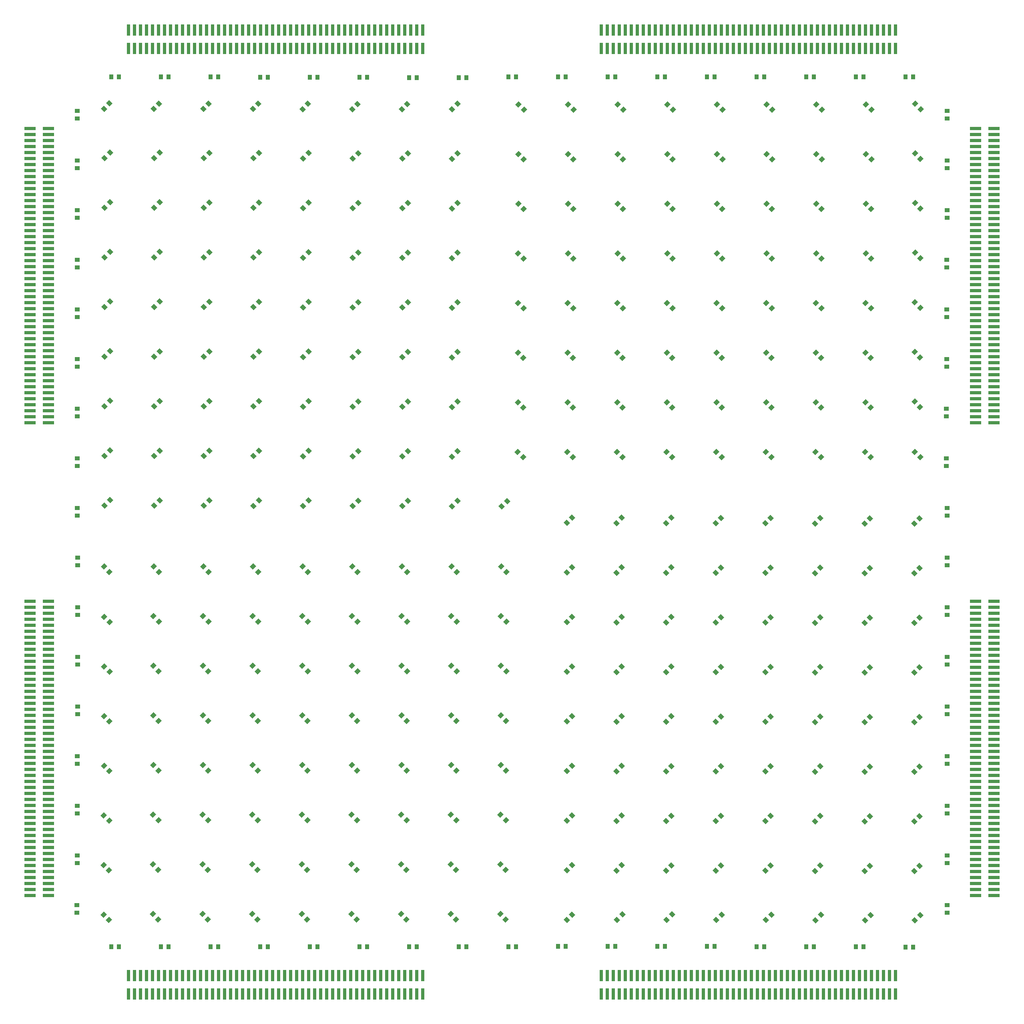
<source format=gtp>
G04 Layer_Color=8421504*
%FSLAX25Y25*%
%MOIN*%
G70*
G01*
G75*
%ADD10R,0.03543X0.03937*%
%ADD11R,0.03937X0.03543*%
G04:AMPARAMS|DCode=12|XSize=39.37mil|YSize=35.43mil|CornerRadius=0mil|HoleSize=0mil|Usage=FLASHONLY|Rotation=225.000|XOffset=0mil|YOffset=0mil|HoleType=Round|Shape=Rectangle|*
%AMROTATEDRECTD12*
4,1,4,0.00139,0.02645,0.02645,0.00139,-0.00139,-0.02645,-0.02645,-0.00139,0.00139,0.02645,0.0*
%
%ADD12ROTATEDRECTD12*%

%ADD13R,0.02913X0.09449*%
%ADD14R,0.09449X0.02913*%
G04:AMPARAMS|DCode=15|XSize=39.37mil|YSize=35.43mil|CornerRadius=0mil|HoleSize=0mil|Usage=FLASHONLY|Rotation=315.000|XOffset=0mil|YOffset=0mil|HoleType=Round|Shape=Rectangle|*
%AMROTATEDRECTD15*
4,1,4,-0.02645,0.00139,-0.00139,0.02645,0.02645,-0.00139,0.00139,-0.02645,-0.02645,0.00139,0.0*
%
%ADD15ROTATEDRECTD15*%

D10*
X-3150Y362205D02*
D03*
X3150D02*
D03*
X327559Y362205D02*
D03*
X333858D02*
D03*
X286220Y362205D02*
D03*
X292520D02*
D03*
X244882Y362205D02*
D03*
X251181D02*
D03*
X203543Y362205D02*
D03*
X209842D02*
D03*
X162205Y362205D02*
D03*
X168504D02*
D03*
X120866Y362205D02*
D03*
X127165D02*
D03*
X79527Y362205D02*
D03*
X85827D02*
D03*
X38189Y362205D02*
D03*
X44488D02*
D03*
X-251181Y362106D02*
D03*
X-244882Y362106D02*
D03*
X-209843Y362008D02*
D03*
X-203543Y362008D02*
D03*
X-168504Y361910D02*
D03*
X-162205Y361909D02*
D03*
X-127165Y361811D02*
D03*
X-120866Y361811D02*
D03*
X-85827Y361713D02*
D03*
X-79528Y361713D02*
D03*
X-44488Y361614D02*
D03*
X-38189Y361614D02*
D03*
X-333858Y362303D02*
D03*
X-327559Y362303D02*
D03*
X-292520Y362205D02*
D03*
X-286221Y362205D02*
D03*
X-38189Y-362205D02*
D03*
X-44488D02*
D03*
X-79527Y-362205D02*
D03*
X-85827D02*
D03*
X-120866Y-362205D02*
D03*
X-127165D02*
D03*
X-162205Y-362205D02*
D03*
X-168504D02*
D03*
X-203543Y-362205D02*
D03*
X-209842D02*
D03*
X-244882Y-362205D02*
D03*
X-251181D02*
D03*
X-286220Y-362205D02*
D03*
X-292520D02*
D03*
X-327559Y-362205D02*
D03*
X-333858D02*
D03*
X3150Y-362205D02*
D03*
X-3150D02*
D03*
X251181Y-362106D02*
D03*
X244882Y-362106D02*
D03*
X209843Y-362008D02*
D03*
X203543Y-362008D02*
D03*
X168504Y-361910D02*
D03*
X162205Y-361909D02*
D03*
X127165Y-361811D02*
D03*
X120866Y-361811D02*
D03*
X85827Y-361713D02*
D03*
X79528Y-361713D02*
D03*
X44488Y-361614D02*
D03*
X38189Y-361614D02*
D03*
X333858Y-362303D02*
D03*
X327559Y-362303D02*
D03*
X292520Y-362205D02*
D03*
X286221Y-362205D02*
D03*
D11*
X362205Y292520D02*
D03*
X362205Y286221D02*
D03*
X362303Y333858D02*
D03*
X362303Y327559D02*
D03*
X361614Y44488D02*
D03*
X361614Y38189D02*
D03*
X361713Y85827D02*
D03*
X361713Y79528D02*
D03*
X361811Y127165D02*
D03*
X361811Y120866D02*
D03*
X361910Y168504D02*
D03*
X361909Y162205D02*
D03*
X362008Y209843D02*
D03*
X362008Y203543D02*
D03*
X362106Y251181D02*
D03*
X362106Y244882D02*
D03*
X-362205Y38189D02*
D03*
Y44488D02*
D03*
X-362205Y79527D02*
D03*
Y85827D02*
D03*
X-362205Y120866D02*
D03*
Y127165D02*
D03*
X-362205Y162205D02*
D03*
Y168504D02*
D03*
X-362205Y203543D02*
D03*
Y209842D02*
D03*
X-362205Y244882D02*
D03*
Y251181D02*
D03*
X-362205Y286220D02*
D03*
Y292520D02*
D03*
X-362205Y327559D02*
D03*
Y333858D02*
D03*
X-362205Y-3150D02*
D03*
Y3150D02*
D03*
X-362106Y-251181D02*
D03*
X-362106Y-244882D02*
D03*
X-362008Y-209843D02*
D03*
X-362008Y-203543D02*
D03*
X-361910Y-168504D02*
D03*
X-361909Y-162205D02*
D03*
X-361811Y-127165D02*
D03*
X-361811Y-120866D02*
D03*
X-361713Y-85827D02*
D03*
X-361713Y-79528D02*
D03*
X-361614Y-44488D02*
D03*
X-361614Y-38189D02*
D03*
X-362303Y-333858D02*
D03*
X-362303Y-327559D02*
D03*
X-362205Y-292520D02*
D03*
X-362205Y-286221D02*
D03*
X362205Y-38189D02*
D03*
Y-44488D02*
D03*
X362205Y-79527D02*
D03*
Y-85827D02*
D03*
X362205Y-120866D02*
D03*
Y-127165D02*
D03*
X362205Y-162205D02*
D03*
Y-168504D02*
D03*
X362205Y-203543D02*
D03*
Y-209842D02*
D03*
X362205Y-244882D02*
D03*
Y-251181D02*
D03*
X362205Y-286220D02*
D03*
Y-292520D02*
D03*
X362205Y-327559D02*
D03*
Y-333858D02*
D03*
X362205Y3150D02*
D03*
Y-3150D02*
D03*
D12*
X339855Y45498D02*
D03*
X335401Y49952D02*
D03*
X298516Y45498D02*
D03*
X294062Y49952D02*
D03*
X299205Y334868D02*
D03*
X294751Y339322D02*
D03*
X340179Y335412D02*
D03*
X335725Y339867D02*
D03*
X257867Y334868D02*
D03*
X253412Y339322D02*
D03*
X216528Y334868D02*
D03*
X212074Y339322D02*
D03*
X175189Y334868D02*
D03*
X170735Y339322D02*
D03*
X133851Y334868D02*
D03*
X129397Y339322D02*
D03*
X92512Y334868D02*
D03*
X88058Y339322D02*
D03*
X51174Y334868D02*
D03*
X46720Y339322D02*
D03*
X9835Y334868D02*
D03*
X5381Y339322D02*
D03*
X299107Y293529D02*
D03*
X294652Y297983D02*
D03*
X340080Y294074D02*
D03*
X335626Y298528D02*
D03*
X257768Y293529D02*
D03*
X253314Y297983D02*
D03*
X216429Y293529D02*
D03*
X211975Y297983D02*
D03*
X175091Y293529D02*
D03*
X170637Y297983D02*
D03*
X133752Y293529D02*
D03*
X129298Y297983D02*
D03*
X92414Y293529D02*
D03*
X87960Y297983D02*
D03*
X51075Y293529D02*
D03*
X46621Y297983D02*
D03*
X9737Y293529D02*
D03*
X5283Y297983D02*
D03*
X299008Y252190D02*
D03*
X294554Y256645D02*
D03*
X339982Y252735D02*
D03*
X335528Y257189D02*
D03*
X257670Y252190D02*
D03*
X253216Y256645D02*
D03*
X216331Y252190D02*
D03*
X211877Y256645D02*
D03*
X174993Y252190D02*
D03*
X170538Y256645D02*
D03*
X133654Y252190D02*
D03*
X129200Y256645D02*
D03*
X92315Y252190D02*
D03*
X87861Y256645D02*
D03*
X50977Y252190D02*
D03*
X46523Y256645D02*
D03*
X9638Y252190D02*
D03*
X5184Y256645D02*
D03*
X298910Y210852D02*
D03*
X294456Y215306D02*
D03*
X339883Y211397D02*
D03*
X335429Y215851D02*
D03*
X257571Y210852D02*
D03*
X253117Y215306D02*
D03*
X216233Y210852D02*
D03*
X211778Y215306D02*
D03*
X174894Y210852D02*
D03*
X170440Y215306D02*
D03*
X133555Y210852D02*
D03*
X129101Y215306D02*
D03*
X92217Y210852D02*
D03*
X87763Y215306D02*
D03*
X50878Y210852D02*
D03*
X46424Y215306D02*
D03*
X9540Y210852D02*
D03*
X5086Y215306D02*
D03*
X298811Y169513D02*
D03*
X294357Y173968D02*
D03*
X339785Y170058D02*
D03*
X335331Y174512D02*
D03*
X257473Y169513D02*
D03*
X253019Y173968D02*
D03*
X216134Y169513D02*
D03*
X211680Y173968D02*
D03*
X174796Y169513D02*
D03*
X170342Y173968D02*
D03*
X133457Y169513D02*
D03*
X129003Y173968D02*
D03*
X92119Y169513D02*
D03*
X87664Y173968D02*
D03*
X50780Y169513D02*
D03*
X46326Y173968D02*
D03*
X9441Y169513D02*
D03*
X4987Y173968D02*
D03*
X298713Y128175D02*
D03*
X294259Y132629D02*
D03*
X339687Y128719D02*
D03*
X335232Y133174D02*
D03*
X257374Y128175D02*
D03*
X252920Y132629D02*
D03*
X216036Y128175D02*
D03*
X211582Y132629D02*
D03*
X174697Y128175D02*
D03*
X170243Y132629D02*
D03*
X133359Y128175D02*
D03*
X128904Y132629D02*
D03*
X92020Y128175D02*
D03*
X87566Y132629D02*
D03*
X50682Y128175D02*
D03*
X46227Y132629D02*
D03*
X9343Y128175D02*
D03*
X4889Y132629D02*
D03*
X298615Y86836D02*
D03*
X294160Y91290D02*
D03*
X339588Y87381D02*
D03*
X335134Y91835D02*
D03*
X257276Y86836D02*
D03*
X252822Y91290D02*
D03*
X215937Y86836D02*
D03*
X211483Y91290D02*
D03*
X174599Y86836D02*
D03*
X170145Y91290D02*
D03*
X133260Y86836D02*
D03*
X128806Y91290D02*
D03*
X91922Y86836D02*
D03*
X87467Y91290D02*
D03*
X50583Y86836D02*
D03*
X46129Y91290D02*
D03*
X9245Y86836D02*
D03*
X4790Y91290D02*
D03*
X9146Y45498D02*
D03*
X4692Y49952D02*
D03*
X50485Y45498D02*
D03*
X46031Y49952D02*
D03*
X91823Y45498D02*
D03*
X87369Y49952D02*
D03*
X133162Y45498D02*
D03*
X128708Y49952D02*
D03*
X174500Y45498D02*
D03*
X170046Y49952D02*
D03*
X215839Y45498D02*
D03*
X211385Y49952D02*
D03*
X257178Y45498D02*
D03*
X252723Y49952D02*
D03*
X-257178Y-45498D02*
D03*
X-252723Y-49952D02*
D03*
X-215839Y-45498D02*
D03*
X-211385Y-49952D02*
D03*
X-174500Y-45498D02*
D03*
X-170046Y-49952D02*
D03*
X-133162Y-45498D02*
D03*
X-128708Y-49952D02*
D03*
X-91823Y-45498D02*
D03*
X-87369Y-49952D02*
D03*
X-50485Y-45498D02*
D03*
X-46031Y-49952D02*
D03*
X-9146Y-45498D02*
D03*
X-4692Y-49952D02*
D03*
X-9245Y-86836D02*
D03*
X-4790Y-91290D02*
D03*
X-50583Y-86836D02*
D03*
X-46129Y-91290D02*
D03*
X-91922Y-86836D02*
D03*
X-87467Y-91290D02*
D03*
X-133260Y-86836D02*
D03*
X-128806Y-91290D02*
D03*
X-174599Y-86836D02*
D03*
X-170145Y-91290D02*
D03*
X-215937Y-86836D02*
D03*
X-211483Y-91290D02*
D03*
X-257276Y-86836D02*
D03*
X-252822Y-91290D02*
D03*
X-339588Y-87381D02*
D03*
X-335134Y-91835D02*
D03*
X-298615Y-86836D02*
D03*
X-294160Y-91290D02*
D03*
X-9343Y-128175D02*
D03*
X-4889Y-132629D02*
D03*
X-50682Y-128175D02*
D03*
X-46227Y-132629D02*
D03*
X-92020Y-128175D02*
D03*
X-87566Y-132629D02*
D03*
X-133359Y-128175D02*
D03*
X-128904Y-132629D02*
D03*
X-174697Y-128175D02*
D03*
X-170243Y-132629D02*
D03*
X-216036Y-128175D02*
D03*
X-211582Y-132629D02*
D03*
X-257374Y-128175D02*
D03*
X-252920Y-132629D02*
D03*
X-339687Y-128719D02*
D03*
X-335232Y-133174D02*
D03*
X-298713Y-128175D02*
D03*
X-294259Y-132629D02*
D03*
X-9441Y-169513D02*
D03*
X-4987Y-173968D02*
D03*
X-50780Y-169513D02*
D03*
X-46326Y-173968D02*
D03*
X-92119Y-169513D02*
D03*
X-87664Y-173968D02*
D03*
X-133457Y-169513D02*
D03*
X-129003Y-173968D02*
D03*
X-174796Y-169513D02*
D03*
X-170342Y-173968D02*
D03*
X-216134Y-169513D02*
D03*
X-211680Y-173968D02*
D03*
X-257473Y-169513D02*
D03*
X-253019Y-173968D02*
D03*
X-339785Y-170058D02*
D03*
X-335331Y-174512D02*
D03*
X-298811Y-169513D02*
D03*
X-294357Y-173968D02*
D03*
X-9540Y-210852D02*
D03*
X-5086Y-215306D02*
D03*
X-50878Y-210852D02*
D03*
X-46424Y-215306D02*
D03*
X-92217Y-210852D02*
D03*
X-87763Y-215306D02*
D03*
X-133555Y-210852D02*
D03*
X-129101Y-215306D02*
D03*
X-174894Y-210852D02*
D03*
X-170440Y-215306D02*
D03*
X-216233Y-210852D02*
D03*
X-211778Y-215306D02*
D03*
X-257571Y-210852D02*
D03*
X-253117Y-215306D02*
D03*
X-339883Y-211397D02*
D03*
X-335429Y-215851D02*
D03*
X-298910Y-210852D02*
D03*
X-294456Y-215306D02*
D03*
X-9638Y-252190D02*
D03*
X-5184Y-256645D02*
D03*
X-50977Y-252190D02*
D03*
X-46523Y-256645D02*
D03*
X-92315Y-252190D02*
D03*
X-87861Y-256645D02*
D03*
X-133654Y-252190D02*
D03*
X-129200Y-256645D02*
D03*
X-174993Y-252190D02*
D03*
X-170538Y-256645D02*
D03*
X-216331Y-252190D02*
D03*
X-211877Y-256645D02*
D03*
X-257670Y-252190D02*
D03*
X-253216Y-256645D02*
D03*
X-339982Y-252735D02*
D03*
X-335528Y-257189D02*
D03*
X-299008Y-252190D02*
D03*
X-294554Y-256645D02*
D03*
X-9737Y-293529D02*
D03*
X-5283Y-297983D02*
D03*
X-51075Y-293529D02*
D03*
X-46621Y-297983D02*
D03*
X-92414Y-293529D02*
D03*
X-87960Y-297983D02*
D03*
X-133752Y-293529D02*
D03*
X-129298Y-297983D02*
D03*
X-175091Y-293529D02*
D03*
X-170637Y-297983D02*
D03*
X-216429Y-293529D02*
D03*
X-211975Y-297983D02*
D03*
X-257768Y-293529D02*
D03*
X-253314Y-297983D02*
D03*
X-340080Y-294074D02*
D03*
X-335626Y-298528D02*
D03*
X-299107Y-293529D02*
D03*
X-294652Y-297983D02*
D03*
X-9835Y-334868D02*
D03*
X-5381Y-339322D02*
D03*
X-51174Y-334868D02*
D03*
X-46720Y-339322D02*
D03*
X-92512Y-334868D02*
D03*
X-88058Y-339322D02*
D03*
X-133851Y-334868D02*
D03*
X-129397Y-339322D02*
D03*
X-175189Y-334868D02*
D03*
X-170735Y-339322D02*
D03*
X-216528Y-334868D02*
D03*
X-212074Y-339322D02*
D03*
X-257867Y-334868D02*
D03*
X-253412Y-339322D02*
D03*
X-340179Y-335412D02*
D03*
X-335725Y-339867D02*
D03*
X-299205Y-334868D02*
D03*
X-294751Y-339322D02*
D03*
X-298516Y-45498D02*
D03*
X-294062Y-49952D02*
D03*
X-339855Y-45498D02*
D03*
X-335401Y-49952D02*
D03*
D13*
X74350Y386023D02*
D03*
X79350D02*
D03*
X84350D02*
D03*
X89350D02*
D03*
X94350D02*
D03*
X99350D02*
D03*
X104350D02*
D03*
X109350D02*
D03*
X114350D02*
D03*
X119350D02*
D03*
X124350D02*
D03*
X129350D02*
D03*
X134350D02*
D03*
X139350D02*
D03*
X144350D02*
D03*
X149350D02*
D03*
X154350D02*
D03*
X159350D02*
D03*
X164350D02*
D03*
X169350D02*
D03*
X174350D02*
D03*
X179350D02*
D03*
X184350D02*
D03*
X189350D02*
D03*
X194350D02*
D03*
X199350D02*
D03*
X204350D02*
D03*
X209350D02*
D03*
X214350D02*
D03*
X219350D02*
D03*
X224350D02*
D03*
X229350D02*
D03*
X234350D02*
D03*
X239350D02*
D03*
X244350D02*
D03*
X249350D02*
D03*
X254350D02*
D03*
X259350D02*
D03*
X264350D02*
D03*
X269350D02*
D03*
X274350D02*
D03*
X279350D02*
D03*
X284350D02*
D03*
X289350D02*
D03*
X294350D02*
D03*
X299350D02*
D03*
X304350D02*
D03*
X309350D02*
D03*
X314350D02*
D03*
X319350D02*
D03*
X74350Y401378D02*
D03*
X79350D02*
D03*
X84350D02*
D03*
X89350D02*
D03*
X94350D02*
D03*
X99350D02*
D03*
X104350D02*
D03*
X109350D02*
D03*
X114350D02*
D03*
X119350D02*
D03*
X124350D02*
D03*
X129350D02*
D03*
X134350D02*
D03*
X139350D02*
D03*
X144350D02*
D03*
X149350D02*
D03*
X154350D02*
D03*
X159350D02*
D03*
X164350D02*
D03*
X169350D02*
D03*
X174350D02*
D03*
X179350D02*
D03*
X184350D02*
D03*
X189350D02*
D03*
X194350D02*
D03*
X199350D02*
D03*
X204350D02*
D03*
X209350D02*
D03*
X214350D02*
D03*
X219350D02*
D03*
X224350D02*
D03*
X229350D02*
D03*
X234350D02*
D03*
X239350D02*
D03*
X244350D02*
D03*
X249350D02*
D03*
X254350D02*
D03*
X259350D02*
D03*
X264350D02*
D03*
X269350D02*
D03*
X274350D02*
D03*
X279350D02*
D03*
X284350D02*
D03*
X289350D02*
D03*
X294350D02*
D03*
X299350D02*
D03*
X304350D02*
D03*
X309350D02*
D03*
X314350D02*
D03*
X319350D02*
D03*
X-74350Y401378D02*
D03*
X-79350D02*
D03*
X-84350D02*
D03*
X-89350D02*
D03*
X-94350D02*
D03*
X-99350D02*
D03*
X-104350D02*
D03*
X-109350D02*
D03*
X-114350D02*
D03*
X-119350D02*
D03*
X-124350D02*
D03*
X-129350D02*
D03*
X-134350D02*
D03*
X-139350D02*
D03*
X-144350D02*
D03*
X-149350D02*
D03*
X-154350D02*
D03*
X-159350D02*
D03*
X-164350D02*
D03*
X-169350D02*
D03*
X-174350D02*
D03*
X-179350D02*
D03*
X-184350D02*
D03*
X-189350D02*
D03*
X-194350D02*
D03*
X-199350D02*
D03*
X-204350D02*
D03*
X-209350D02*
D03*
X-214350D02*
D03*
X-219350D02*
D03*
X-224350D02*
D03*
X-229350D02*
D03*
X-234350D02*
D03*
X-239350D02*
D03*
X-244350D02*
D03*
X-249350D02*
D03*
X-254350D02*
D03*
X-259350D02*
D03*
X-264350D02*
D03*
X-269350D02*
D03*
X-274350D02*
D03*
X-279350D02*
D03*
X-284350D02*
D03*
X-289350D02*
D03*
X-294350D02*
D03*
X-299350D02*
D03*
X-304350D02*
D03*
X-309350D02*
D03*
X-314350D02*
D03*
X-319350D02*
D03*
X-74350Y386024D02*
D03*
X-79350D02*
D03*
X-84350D02*
D03*
X-89350D02*
D03*
X-94350D02*
D03*
X-99350D02*
D03*
X-104350D02*
D03*
X-109350D02*
D03*
X-114350D02*
D03*
X-119350D02*
D03*
X-124350D02*
D03*
X-129350D02*
D03*
X-134350D02*
D03*
X-139350D02*
D03*
X-144350D02*
D03*
X-149350D02*
D03*
X-154350D02*
D03*
X-159350D02*
D03*
X-164350D02*
D03*
X-169350D02*
D03*
X-174350D02*
D03*
X-179350D02*
D03*
X-184350D02*
D03*
X-189350D02*
D03*
X-194350D02*
D03*
X-199350D02*
D03*
X-204350D02*
D03*
X-209350D02*
D03*
X-214350D02*
D03*
X-219350D02*
D03*
X-224350D02*
D03*
X-229350D02*
D03*
X-234350D02*
D03*
X-239350D02*
D03*
X-244350D02*
D03*
X-249350D02*
D03*
X-254350D02*
D03*
X-259350D02*
D03*
X-264350D02*
D03*
X-269350D02*
D03*
X-274350D02*
D03*
X-279350D02*
D03*
X-284350D02*
D03*
X-289350D02*
D03*
X-294350D02*
D03*
X-299350D02*
D03*
X-304350D02*
D03*
X-309350D02*
D03*
X-314350D02*
D03*
X-319350D02*
D03*
X-74350Y-386023D02*
D03*
X-79350D02*
D03*
X-84350D02*
D03*
X-89350D02*
D03*
X-94350D02*
D03*
X-99350D02*
D03*
X-104350D02*
D03*
X-109350D02*
D03*
X-114350D02*
D03*
X-119350D02*
D03*
X-124350D02*
D03*
X-129350D02*
D03*
X-134350D02*
D03*
X-139350D02*
D03*
X-144350D02*
D03*
X-149350D02*
D03*
X-154350D02*
D03*
X-159350D02*
D03*
X-164350D02*
D03*
X-169350D02*
D03*
X-174350D02*
D03*
X-179350D02*
D03*
X-184350D02*
D03*
X-189350D02*
D03*
X-194350D02*
D03*
X-199350D02*
D03*
X-204350D02*
D03*
X-209350D02*
D03*
X-214350D02*
D03*
X-219350D02*
D03*
X-224350D02*
D03*
X-229350D02*
D03*
X-234350D02*
D03*
X-239350D02*
D03*
X-244350D02*
D03*
X-249350D02*
D03*
X-254350D02*
D03*
X-259350D02*
D03*
X-264350D02*
D03*
X-269350D02*
D03*
X-274350D02*
D03*
X-279350D02*
D03*
X-284350D02*
D03*
X-289350D02*
D03*
X-294350D02*
D03*
X-299350D02*
D03*
X-304350D02*
D03*
X-309350D02*
D03*
X-314350D02*
D03*
X-319350D02*
D03*
X-74350Y-401378D02*
D03*
X-79350D02*
D03*
X-84350D02*
D03*
X-89350D02*
D03*
X-94350D02*
D03*
X-99350D02*
D03*
X-104350D02*
D03*
X-109350D02*
D03*
X-114350D02*
D03*
X-119350D02*
D03*
X-124350D02*
D03*
X-129350D02*
D03*
X-134350D02*
D03*
X-139350D02*
D03*
X-144350D02*
D03*
X-149350D02*
D03*
X-154350D02*
D03*
X-159350D02*
D03*
X-164350D02*
D03*
X-169350D02*
D03*
X-174350D02*
D03*
X-179350D02*
D03*
X-184350D02*
D03*
X-189350D02*
D03*
X-194350D02*
D03*
X-199350D02*
D03*
X-204350D02*
D03*
X-209350D02*
D03*
X-214350D02*
D03*
X-219350D02*
D03*
X-224350D02*
D03*
X-229350D02*
D03*
X-234350D02*
D03*
X-239350D02*
D03*
X-244350D02*
D03*
X-249350D02*
D03*
X-254350D02*
D03*
X-259350D02*
D03*
X-264350D02*
D03*
X-269350D02*
D03*
X-274350D02*
D03*
X-279350D02*
D03*
X-284350D02*
D03*
X-289350D02*
D03*
X-294350D02*
D03*
X-299350D02*
D03*
X-304350D02*
D03*
X-309350D02*
D03*
X-314350D02*
D03*
X-319350D02*
D03*
X74350Y-401378D02*
D03*
X79350D02*
D03*
X84350D02*
D03*
X89350D02*
D03*
X94350D02*
D03*
X99350D02*
D03*
X104350D02*
D03*
X109350D02*
D03*
X114350D02*
D03*
X119350D02*
D03*
X124350D02*
D03*
X129350D02*
D03*
X134350D02*
D03*
X139350D02*
D03*
X144350D02*
D03*
X149350D02*
D03*
X154350D02*
D03*
X159350D02*
D03*
X164350D02*
D03*
X169350D02*
D03*
X174350D02*
D03*
X179350D02*
D03*
X184350D02*
D03*
X189350D02*
D03*
X194350D02*
D03*
X199350D02*
D03*
X204350D02*
D03*
X209350D02*
D03*
X214350D02*
D03*
X219350D02*
D03*
X224350D02*
D03*
X229350D02*
D03*
X234350D02*
D03*
X239350D02*
D03*
X244350D02*
D03*
X249350D02*
D03*
X254350D02*
D03*
X259350D02*
D03*
X264350D02*
D03*
X269350D02*
D03*
X274350D02*
D03*
X279350D02*
D03*
X284350D02*
D03*
X289350D02*
D03*
X294350D02*
D03*
X299350D02*
D03*
X304350D02*
D03*
X309350D02*
D03*
X314350D02*
D03*
X319350D02*
D03*
X74350Y-386024D02*
D03*
X79350D02*
D03*
X84350D02*
D03*
X89350D02*
D03*
X94350D02*
D03*
X99350D02*
D03*
X104350D02*
D03*
X109350D02*
D03*
X114350D02*
D03*
X119350D02*
D03*
X124350D02*
D03*
X129350D02*
D03*
X134350D02*
D03*
X139350D02*
D03*
X144350D02*
D03*
X149350D02*
D03*
X154350D02*
D03*
X159350D02*
D03*
X164350D02*
D03*
X169350D02*
D03*
X174350D02*
D03*
X179350D02*
D03*
X184350D02*
D03*
X189350D02*
D03*
X194350D02*
D03*
X199350D02*
D03*
X204350D02*
D03*
X209350D02*
D03*
X214350D02*
D03*
X219350D02*
D03*
X224350D02*
D03*
X229350D02*
D03*
X234350D02*
D03*
X239350D02*
D03*
X244350D02*
D03*
X249350D02*
D03*
X254350D02*
D03*
X259350D02*
D03*
X264350D02*
D03*
X269350D02*
D03*
X274350D02*
D03*
X279350D02*
D03*
X284350D02*
D03*
X289350D02*
D03*
X294350D02*
D03*
X299350D02*
D03*
X304350D02*
D03*
X309350D02*
D03*
X314350D02*
D03*
X319350D02*
D03*
D14*
X401378Y74350D02*
D03*
Y79350D02*
D03*
Y84350D02*
D03*
Y89350D02*
D03*
Y94350D02*
D03*
Y99350D02*
D03*
Y104350D02*
D03*
Y109350D02*
D03*
Y114350D02*
D03*
Y119350D02*
D03*
Y124350D02*
D03*
Y129350D02*
D03*
Y134350D02*
D03*
Y139350D02*
D03*
Y144350D02*
D03*
Y149350D02*
D03*
Y154350D02*
D03*
Y159350D02*
D03*
Y164350D02*
D03*
Y169350D02*
D03*
Y174350D02*
D03*
Y179350D02*
D03*
Y184350D02*
D03*
Y189350D02*
D03*
Y194350D02*
D03*
Y199350D02*
D03*
Y204350D02*
D03*
Y209350D02*
D03*
Y214350D02*
D03*
Y219350D02*
D03*
Y224350D02*
D03*
Y229350D02*
D03*
Y234350D02*
D03*
Y239350D02*
D03*
Y244350D02*
D03*
Y249350D02*
D03*
Y254350D02*
D03*
Y259350D02*
D03*
Y264350D02*
D03*
Y269350D02*
D03*
Y274350D02*
D03*
Y279350D02*
D03*
Y284350D02*
D03*
Y289350D02*
D03*
Y294350D02*
D03*
Y299350D02*
D03*
Y304350D02*
D03*
Y309350D02*
D03*
Y314350D02*
D03*
Y319350D02*
D03*
X386024Y74350D02*
D03*
Y79350D02*
D03*
Y84350D02*
D03*
Y89350D02*
D03*
Y94350D02*
D03*
Y99350D02*
D03*
Y104350D02*
D03*
Y109350D02*
D03*
Y114350D02*
D03*
Y119350D02*
D03*
Y124350D02*
D03*
Y129350D02*
D03*
Y134350D02*
D03*
Y139350D02*
D03*
Y144350D02*
D03*
Y149350D02*
D03*
Y154350D02*
D03*
Y159350D02*
D03*
Y164350D02*
D03*
Y169350D02*
D03*
Y174350D02*
D03*
Y179350D02*
D03*
Y184350D02*
D03*
Y189350D02*
D03*
Y194350D02*
D03*
Y199350D02*
D03*
Y204350D02*
D03*
Y209350D02*
D03*
Y214350D02*
D03*
Y219350D02*
D03*
Y224350D02*
D03*
Y229350D02*
D03*
Y234350D02*
D03*
Y239350D02*
D03*
Y244350D02*
D03*
Y249350D02*
D03*
Y254350D02*
D03*
Y259350D02*
D03*
Y264350D02*
D03*
Y269350D02*
D03*
Y274350D02*
D03*
Y279350D02*
D03*
Y284350D02*
D03*
Y289350D02*
D03*
Y294350D02*
D03*
Y299350D02*
D03*
Y304350D02*
D03*
Y309350D02*
D03*
Y314350D02*
D03*
Y319350D02*
D03*
X-386023Y74350D02*
D03*
Y79350D02*
D03*
Y84350D02*
D03*
Y89350D02*
D03*
Y94350D02*
D03*
Y99350D02*
D03*
Y104350D02*
D03*
Y109350D02*
D03*
Y114350D02*
D03*
Y119350D02*
D03*
Y124350D02*
D03*
Y129350D02*
D03*
Y134350D02*
D03*
Y139350D02*
D03*
Y144350D02*
D03*
Y149350D02*
D03*
Y154350D02*
D03*
Y159350D02*
D03*
Y164350D02*
D03*
Y169350D02*
D03*
Y174350D02*
D03*
Y179350D02*
D03*
Y184350D02*
D03*
Y189350D02*
D03*
Y194350D02*
D03*
Y199350D02*
D03*
Y204350D02*
D03*
Y209350D02*
D03*
Y214350D02*
D03*
Y219350D02*
D03*
Y224350D02*
D03*
Y229350D02*
D03*
Y234350D02*
D03*
Y239350D02*
D03*
Y244350D02*
D03*
Y249350D02*
D03*
Y254350D02*
D03*
Y259350D02*
D03*
Y264350D02*
D03*
Y269350D02*
D03*
Y274350D02*
D03*
Y279350D02*
D03*
Y284350D02*
D03*
Y289350D02*
D03*
Y294350D02*
D03*
Y299350D02*
D03*
Y304350D02*
D03*
Y309350D02*
D03*
Y314350D02*
D03*
Y319350D02*
D03*
X-401378Y74350D02*
D03*
Y79350D02*
D03*
Y84350D02*
D03*
Y89350D02*
D03*
Y94350D02*
D03*
Y99350D02*
D03*
Y104350D02*
D03*
Y109350D02*
D03*
Y114350D02*
D03*
Y119350D02*
D03*
Y124350D02*
D03*
Y129350D02*
D03*
Y134350D02*
D03*
Y139350D02*
D03*
Y144350D02*
D03*
Y149350D02*
D03*
Y154350D02*
D03*
Y159350D02*
D03*
Y164350D02*
D03*
Y169350D02*
D03*
Y174350D02*
D03*
Y179350D02*
D03*
Y184350D02*
D03*
Y189350D02*
D03*
Y194350D02*
D03*
Y199350D02*
D03*
Y204350D02*
D03*
Y209350D02*
D03*
Y214350D02*
D03*
Y219350D02*
D03*
Y224350D02*
D03*
Y229350D02*
D03*
Y234350D02*
D03*
Y239350D02*
D03*
Y244350D02*
D03*
Y249350D02*
D03*
Y254350D02*
D03*
Y259350D02*
D03*
Y264350D02*
D03*
Y269350D02*
D03*
Y274350D02*
D03*
Y279350D02*
D03*
Y284350D02*
D03*
Y289350D02*
D03*
Y294350D02*
D03*
Y299350D02*
D03*
Y304350D02*
D03*
Y309350D02*
D03*
Y314350D02*
D03*
Y319350D02*
D03*
X-401378Y-74350D02*
D03*
Y-79350D02*
D03*
Y-84350D02*
D03*
Y-89350D02*
D03*
Y-94350D02*
D03*
Y-99350D02*
D03*
Y-104350D02*
D03*
Y-109350D02*
D03*
Y-114350D02*
D03*
Y-119350D02*
D03*
Y-124350D02*
D03*
Y-129350D02*
D03*
Y-134350D02*
D03*
Y-139350D02*
D03*
Y-144350D02*
D03*
Y-149350D02*
D03*
Y-154350D02*
D03*
Y-159350D02*
D03*
Y-164350D02*
D03*
Y-169350D02*
D03*
Y-174350D02*
D03*
Y-179350D02*
D03*
Y-184350D02*
D03*
Y-189350D02*
D03*
Y-194350D02*
D03*
Y-199350D02*
D03*
Y-204350D02*
D03*
Y-209350D02*
D03*
Y-214350D02*
D03*
Y-219350D02*
D03*
Y-224350D02*
D03*
Y-229350D02*
D03*
Y-234350D02*
D03*
Y-239350D02*
D03*
Y-244350D02*
D03*
Y-249350D02*
D03*
Y-254350D02*
D03*
Y-259350D02*
D03*
Y-264350D02*
D03*
Y-269350D02*
D03*
Y-274350D02*
D03*
Y-279350D02*
D03*
Y-284350D02*
D03*
Y-289350D02*
D03*
Y-294350D02*
D03*
Y-299350D02*
D03*
Y-304350D02*
D03*
Y-309350D02*
D03*
Y-314350D02*
D03*
Y-319350D02*
D03*
X-386024Y-74350D02*
D03*
Y-79350D02*
D03*
Y-84350D02*
D03*
Y-89350D02*
D03*
Y-94350D02*
D03*
Y-99350D02*
D03*
Y-104350D02*
D03*
Y-109350D02*
D03*
Y-114350D02*
D03*
Y-119350D02*
D03*
Y-124350D02*
D03*
Y-129350D02*
D03*
Y-134350D02*
D03*
Y-139350D02*
D03*
Y-144350D02*
D03*
Y-149350D02*
D03*
Y-154350D02*
D03*
Y-159350D02*
D03*
Y-164350D02*
D03*
Y-169350D02*
D03*
Y-174350D02*
D03*
Y-179350D02*
D03*
Y-184350D02*
D03*
Y-189350D02*
D03*
Y-194350D02*
D03*
Y-199350D02*
D03*
Y-204350D02*
D03*
Y-209350D02*
D03*
Y-214350D02*
D03*
Y-219350D02*
D03*
Y-224350D02*
D03*
Y-229350D02*
D03*
Y-234350D02*
D03*
Y-239350D02*
D03*
Y-244350D02*
D03*
Y-249350D02*
D03*
Y-254350D02*
D03*
Y-259350D02*
D03*
Y-264350D02*
D03*
Y-269350D02*
D03*
Y-274350D02*
D03*
Y-279350D02*
D03*
Y-284350D02*
D03*
Y-289350D02*
D03*
Y-294350D02*
D03*
Y-299350D02*
D03*
Y-304350D02*
D03*
Y-309350D02*
D03*
Y-314350D02*
D03*
Y-319350D02*
D03*
X386023Y-74350D02*
D03*
Y-79350D02*
D03*
Y-84350D02*
D03*
Y-89350D02*
D03*
Y-94350D02*
D03*
Y-99350D02*
D03*
Y-104350D02*
D03*
Y-109350D02*
D03*
Y-114350D02*
D03*
Y-119350D02*
D03*
Y-124350D02*
D03*
Y-129350D02*
D03*
Y-134350D02*
D03*
Y-139350D02*
D03*
Y-144350D02*
D03*
Y-149350D02*
D03*
Y-154350D02*
D03*
Y-159350D02*
D03*
Y-164350D02*
D03*
Y-169350D02*
D03*
Y-174350D02*
D03*
Y-179350D02*
D03*
Y-184350D02*
D03*
Y-189350D02*
D03*
Y-194350D02*
D03*
Y-199350D02*
D03*
Y-204350D02*
D03*
Y-209350D02*
D03*
Y-214350D02*
D03*
Y-219350D02*
D03*
Y-224350D02*
D03*
Y-229350D02*
D03*
Y-234350D02*
D03*
Y-239350D02*
D03*
Y-244350D02*
D03*
Y-249350D02*
D03*
Y-254350D02*
D03*
Y-259350D02*
D03*
Y-264350D02*
D03*
Y-269350D02*
D03*
Y-274350D02*
D03*
Y-279350D02*
D03*
Y-284350D02*
D03*
Y-289350D02*
D03*
Y-294350D02*
D03*
Y-299350D02*
D03*
Y-304350D02*
D03*
Y-309350D02*
D03*
Y-314350D02*
D03*
Y-319350D02*
D03*
X401378Y-74350D02*
D03*
Y-79350D02*
D03*
Y-84350D02*
D03*
Y-89350D02*
D03*
Y-94350D02*
D03*
Y-99350D02*
D03*
Y-104350D02*
D03*
Y-109350D02*
D03*
Y-114350D02*
D03*
Y-119350D02*
D03*
Y-124350D02*
D03*
Y-129350D02*
D03*
Y-134350D02*
D03*
Y-139350D02*
D03*
Y-144350D02*
D03*
Y-149350D02*
D03*
Y-154350D02*
D03*
Y-159350D02*
D03*
Y-164350D02*
D03*
Y-169350D02*
D03*
Y-174350D02*
D03*
Y-179350D02*
D03*
Y-184350D02*
D03*
Y-189350D02*
D03*
Y-194350D02*
D03*
Y-199350D02*
D03*
Y-204350D02*
D03*
Y-209350D02*
D03*
Y-214350D02*
D03*
Y-219350D02*
D03*
Y-224350D02*
D03*
Y-229350D02*
D03*
Y-234350D02*
D03*
Y-239350D02*
D03*
Y-244350D02*
D03*
Y-249350D02*
D03*
Y-254350D02*
D03*
Y-259350D02*
D03*
Y-264350D02*
D03*
Y-269350D02*
D03*
Y-274350D02*
D03*
Y-279350D02*
D03*
Y-284350D02*
D03*
Y-289350D02*
D03*
Y-294350D02*
D03*
Y-299350D02*
D03*
Y-304350D02*
D03*
Y-309350D02*
D03*
Y-314350D02*
D03*
Y-319350D02*
D03*
D15*
X-45498Y257178D02*
D03*
X-49952Y252723D02*
D03*
X-45498Y215839D02*
D03*
X-49952Y211385D02*
D03*
X-45498Y174500D02*
D03*
X-49952Y170046D02*
D03*
X-45498Y133162D02*
D03*
X-49952Y128708D02*
D03*
X-45498Y91823D02*
D03*
X-49952Y87369D02*
D03*
X-45498Y50485D02*
D03*
X-49952Y46031D02*
D03*
X-45498Y9146D02*
D03*
X-49952Y4692D02*
D03*
X-86836Y9245D02*
D03*
X-91290Y4790D02*
D03*
X-86836Y50583D02*
D03*
X-91290Y46129D02*
D03*
X-86836Y91922D02*
D03*
X-91290Y87467D02*
D03*
X-86836Y133260D02*
D03*
X-91290Y128806D02*
D03*
X-86836Y174599D02*
D03*
X-91290Y170145D02*
D03*
X-86836Y215937D02*
D03*
X-91290Y211483D02*
D03*
X-86836Y257276D02*
D03*
X-91290Y252822D02*
D03*
X-87381Y339588D02*
D03*
X-91835Y335134D02*
D03*
X-86836Y298615D02*
D03*
X-91290Y294160D02*
D03*
X-128175Y9343D02*
D03*
X-132629Y4889D02*
D03*
X-128175Y50682D02*
D03*
X-132629Y46227D02*
D03*
X-128175Y92020D02*
D03*
X-132629Y87566D02*
D03*
X-128175Y133359D02*
D03*
X-132629Y128904D02*
D03*
X-128175Y174697D02*
D03*
X-132629Y170243D02*
D03*
X-128175Y216036D02*
D03*
X-132629Y211582D02*
D03*
X-128175Y257374D02*
D03*
X-132629Y252920D02*
D03*
X-128719Y339687D02*
D03*
X-133174Y335232D02*
D03*
X-128175Y298713D02*
D03*
X-132629Y294259D02*
D03*
X-169513Y9441D02*
D03*
X-173968Y4987D02*
D03*
X-169513Y50780D02*
D03*
X-173968Y46326D02*
D03*
X-169513Y92119D02*
D03*
X-173968Y87664D02*
D03*
X-169513Y133457D02*
D03*
X-173968Y129003D02*
D03*
X-169513Y174796D02*
D03*
X-173968Y170342D02*
D03*
X-169513Y216134D02*
D03*
X-173968Y211680D02*
D03*
X-169513Y257473D02*
D03*
X-173968Y253019D02*
D03*
X-170058Y339785D02*
D03*
X-174512Y335331D02*
D03*
X-169513Y298811D02*
D03*
X-173968Y294357D02*
D03*
X-210852Y9540D02*
D03*
X-215306Y5086D02*
D03*
X-210852Y50878D02*
D03*
X-215306Y46424D02*
D03*
X-210852Y92217D02*
D03*
X-215306Y87763D02*
D03*
X-210852Y133555D02*
D03*
X-215306Y129101D02*
D03*
X-210852Y174894D02*
D03*
X-215306Y170440D02*
D03*
X-210852Y216233D02*
D03*
X-215306Y211778D02*
D03*
X-210852Y257571D02*
D03*
X-215306Y253117D02*
D03*
X-211397Y339883D02*
D03*
X-215851Y335429D02*
D03*
X-210852Y298910D02*
D03*
X-215306Y294456D02*
D03*
X-252190Y9638D02*
D03*
X-256645Y5184D02*
D03*
X-252190Y50977D02*
D03*
X-256645Y46523D02*
D03*
X-252190Y92315D02*
D03*
X-256645Y87861D02*
D03*
X-252190Y133654D02*
D03*
X-256645Y129200D02*
D03*
X-252190Y174993D02*
D03*
X-256645Y170538D02*
D03*
X-252190Y216331D02*
D03*
X-256645Y211877D02*
D03*
X-252190Y257670D02*
D03*
X-256645Y253216D02*
D03*
X-252735Y339982D02*
D03*
X-257189Y335528D02*
D03*
X-252190Y299008D02*
D03*
X-256645Y294554D02*
D03*
X-293529Y9737D02*
D03*
X-297983Y5283D02*
D03*
X-293529Y51075D02*
D03*
X-297983Y46621D02*
D03*
X-293529Y92414D02*
D03*
X-297983Y87960D02*
D03*
X-293529Y133752D02*
D03*
X-297983Y129298D02*
D03*
X-293529Y175091D02*
D03*
X-297983Y170637D02*
D03*
X-293529Y216429D02*
D03*
X-297983Y211975D02*
D03*
X-293529Y257768D02*
D03*
X-297983Y253314D02*
D03*
X-294074Y340080D02*
D03*
X-298528Y335626D02*
D03*
X-293529Y299107D02*
D03*
X-297983Y294652D02*
D03*
X-334868Y9835D02*
D03*
X-339322Y5381D02*
D03*
X-334868Y51174D02*
D03*
X-339322Y46720D02*
D03*
X-334868Y92512D02*
D03*
X-339322Y88058D02*
D03*
X-334868Y133851D02*
D03*
X-339322Y129397D02*
D03*
X-334868Y175189D02*
D03*
X-339322Y170735D02*
D03*
X-334868Y216528D02*
D03*
X-339322Y212074D02*
D03*
X-334868Y257867D02*
D03*
X-339322Y253412D02*
D03*
X-335412Y340179D02*
D03*
X-339867Y335725D02*
D03*
X-334868Y299205D02*
D03*
X-339322Y294751D02*
D03*
X-45498Y298516D02*
D03*
X-49952Y294062D02*
D03*
X-45498Y339855D02*
D03*
X-49952Y335401D02*
D03*
X45498Y-257178D02*
D03*
X49952Y-252723D02*
D03*
X45498Y-215839D02*
D03*
X49952Y-211385D02*
D03*
X45498Y-174500D02*
D03*
X49952Y-170046D02*
D03*
X45498Y-133162D02*
D03*
X49952Y-128708D02*
D03*
X45498Y-91823D02*
D03*
X49952Y-87369D02*
D03*
X45498Y-50485D02*
D03*
X49952Y-46031D02*
D03*
X45498Y-9146D02*
D03*
X49952Y-4692D02*
D03*
X86836Y-9245D02*
D03*
X91290Y-4790D02*
D03*
X86836Y-50583D02*
D03*
X91290Y-46129D02*
D03*
X86836Y-91922D02*
D03*
X91290Y-87467D02*
D03*
X86836Y-133260D02*
D03*
X91290Y-128806D02*
D03*
X86836Y-174599D02*
D03*
X91290Y-170145D02*
D03*
X86836Y-215937D02*
D03*
X91290Y-211483D02*
D03*
X86836Y-257276D02*
D03*
X91290Y-252822D02*
D03*
X87381Y-339588D02*
D03*
X91835Y-335134D02*
D03*
X86836Y-298615D02*
D03*
X91290Y-294160D02*
D03*
X128175Y-9343D02*
D03*
X132629Y-4889D02*
D03*
X128175Y-50682D02*
D03*
X132629Y-46227D02*
D03*
X128175Y-92020D02*
D03*
X132629Y-87566D02*
D03*
X128175Y-133359D02*
D03*
X132629Y-128904D02*
D03*
X128175Y-174697D02*
D03*
X132629Y-170243D02*
D03*
X128175Y-216036D02*
D03*
X132629Y-211582D02*
D03*
X128175Y-257374D02*
D03*
X132629Y-252920D02*
D03*
X128719Y-339687D02*
D03*
X133174Y-335232D02*
D03*
X128175Y-298713D02*
D03*
X132629Y-294259D02*
D03*
X169513Y-9441D02*
D03*
X173968Y-4987D02*
D03*
X169513Y-50780D02*
D03*
X173968Y-46326D02*
D03*
X169513Y-92119D02*
D03*
X173968Y-87664D02*
D03*
X169513Y-133457D02*
D03*
X173968Y-129003D02*
D03*
X169513Y-174796D02*
D03*
X173968Y-170342D02*
D03*
X169513Y-216134D02*
D03*
X173968Y-211680D02*
D03*
X169513Y-257473D02*
D03*
X173968Y-253019D02*
D03*
X170058Y-339785D02*
D03*
X174512Y-335331D02*
D03*
X169513Y-298811D02*
D03*
X173968Y-294357D02*
D03*
X210852Y-9540D02*
D03*
X215306Y-5086D02*
D03*
X210852Y-50878D02*
D03*
X215306Y-46424D02*
D03*
X210852Y-92217D02*
D03*
X215306Y-87763D02*
D03*
X210852Y-133555D02*
D03*
X215306Y-129101D02*
D03*
X210852Y-174894D02*
D03*
X215306Y-170440D02*
D03*
X210852Y-216233D02*
D03*
X215306Y-211778D02*
D03*
X210852Y-257571D02*
D03*
X215306Y-253117D02*
D03*
X211397Y-339883D02*
D03*
X215851Y-335429D02*
D03*
X210852Y-298910D02*
D03*
X215306Y-294456D02*
D03*
X252190Y-9638D02*
D03*
X256645Y-5184D02*
D03*
X252190Y-50977D02*
D03*
X256645Y-46523D02*
D03*
X252190Y-92315D02*
D03*
X256645Y-87861D02*
D03*
X252190Y-133654D02*
D03*
X256645Y-129200D02*
D03*
X252190Y-174993D02*
D03*
X256645Y-170538D02*
D03*
X252190Y-216331D02*
D03*
X256645Y-211877D02*
D03*
X252190Y-257670D02*
D03*
X256645Y-253216D02*
D03*
X252735Y-339982D02*
D03*
X257189Y-335528D02*
D03*
X252190Y-299008D02*
D03*
X256645Y-294554D02*
D03*
X293529Y-9737D02*
D03*
X297983Y-5283D02*
D03*
X293529Y-51075D02*
D03*
X297983Y-46621D02*
D03*
X293529Y-92414D02*
D03*
X297983Y-87960D02*
D03*
X293529Y-133752D02*
D03*
X297983Y-129298D02*
D03*
X293529Y-175091D02*
D03*
X297983Y-170637D02*
D03*
X293529Y-216429D02*
D03*
X297983Y-211975D02*
D03*
X293529Y-257768D02*
D03*
X297983Y-253314D02*
D03*
X294074Y-340080D02*
D03*
X298528Y-335626D02*
D03*
X293529Y-299107D02*
D03*
X297983Y-294652D02*
D03*
X334868Y-9835D02*
D03*
X339322Y-5381D02*
D03*
X334868Y-51174D02*
D03*
X339322Y-46720D02*
D03*
X334868Y-92512D02*
D03*
X339322Y-88058D02*
D03*
X334868Y-133851D02*
D03*
X339322Y-129397D02*
D03*
X334868Y-175189D02*
D03*
X339322Y-170735D02*
D03*
X334868Y-216528D02*
D03*
X339322Y-212074D02*
D03*
X334868Y-257867D02*
D03*
X339322Y-253412D02*
D03*
X335412Y-340179D02*
D03*
X339867Y-335725D02*
D03*
X334868Y-299205D02*
D03*
X339322Y-294751D02*
D03*
X45498Y-298516D02*
D03*
X49952Y-294062D02*
D03*
X45498Y-339855D02*
D03*
X49952Y-335401D02*
D03*
X-4159Y9048D02*
D03*
X-8613Y4594D02*
D03*
M02*

</source>
